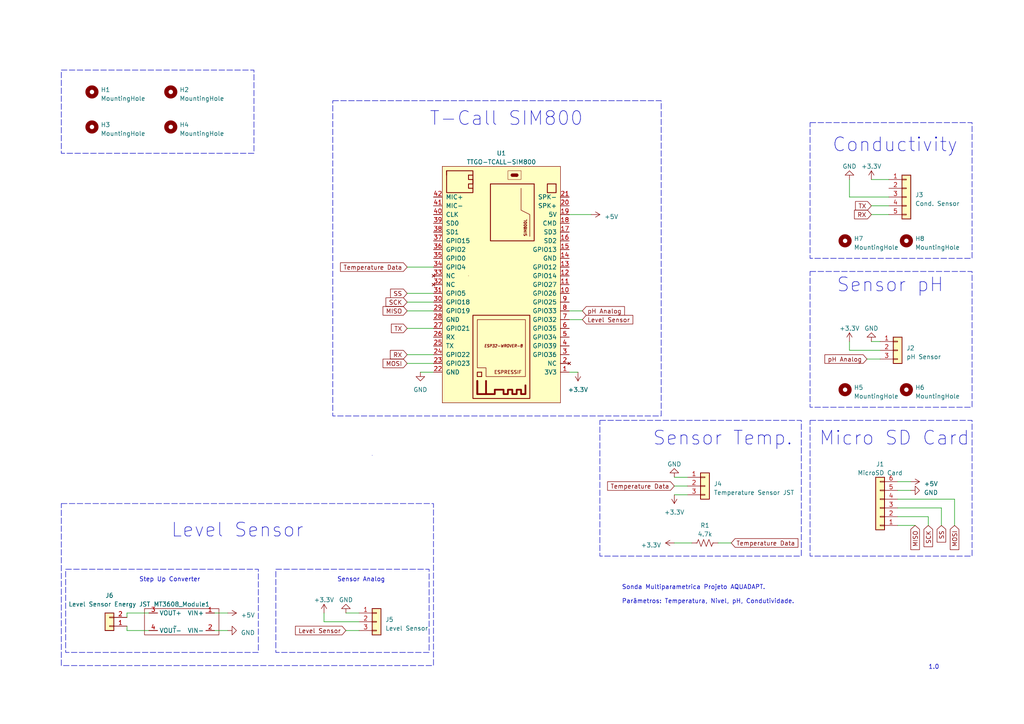
<source format=kicad_sch>
(kicad_sch (version 20230121) (generator eeschema)

  (uuid 9b77a6e8-a803-4a33-b0fe-7781d1ec233f)

  (paper "A4")

  (lib_symbols
    (symbol "Connector_Generic:Conn_01x02" (pin_names (offset 1.016) hide) (in_bom yes) (on_board yes)
      (property "Reference" "J" (at 0 2.54 0)
        (effects (font (size 1.27 1.27)))
      )
      (property "Value" "Conn_01x02" (at 0 -5.08 0)
        (effects (font (size 1.27 1.27)))
      )
      (property "Footprint" "" (at 0 0 0)
        (effects (font (size 1.27 1.27)) hide)
      )
      (property "Datasheet" "~" (at 0 0 0)
        (effects (font (size 1.27 1.27)) hide)
      )
      (property "ki_keywords" "connector" (at 0 0 0)
        (effects (font (size 1.27 1.27)) hide)
      )
      (property "ki_description" "Generic connector, single row, 01x02, script generated (kicad-library-utils/schlib/autogen/connector/)" (at 0 0 0)
        (effects (font (size 1.27 1.27)) hide)
      )
      (property "ki_fp_filters" "Connector*:*_1x??_*" (at 0 0 0)
        (effects (font (size 1.27 1.27)) hide)
      )
      (symbol "Conn_01x02_1_1"
        (rectangle (start -1.27 -2.413) (end 0 -2.667)
          (stroke (width 0.1524) (type default))
          (fill (type none))
        )
        (rectangle (start -1.27 0.127) (end 0 -0.127)
          (stroke (width 0.1524) (type default))
          (fill (type none))
        )
        (rectangle (start -1.27 1.27) (end 1.27 -3.81)
          (stroke (width 0.254) (type default))
          (fill (type background))
        )
        (pin passive line (at -5.08 0 0) (length 3.81)
          (name "Pin_1" (effects (font (size 1.27 1.27))))
          (number "1" (effects (font (size 1.27 1.27))))
        )
        (pin passive line (at -5.08 -2.54 0) (length 3.81)
          (name "Pin_2" (effects (font (size 1.27 1.27))))
          (number "2" (effects (font (size 1.27 1.27))))
        )
      )
    )
    (symbol "Connector_Generic:Conn_01x03" (pin_names (offset 1.016) hide) (in_bom yes) (on_board yes)
      (property "Reference" "J" (at 0 5.08 0)
        (effects (font (size 1.27 1.27)))
      )
      (property "Value" "Conn_01x03" (at 0 -5.08 0)
        (effects (font (size 1.27 1.27)))
      )
      (property "Footprint" "" (at 0 0 0)
        (effects (font (size 1.27 1.27)) hide)
      )
      (property "Datasheet" "~" (at 0 0 0)
        (effects (font (size 1.27 1.27)) hide)
      )
      (property "ki_keywords" "connector" (at 0 0 0)
        (effects (font (size 1.27 1.27)) hide)
      )
      (property "ki_description" "Generic connector, single row, 01x03, script generated (kicad-library-utils/schlib/autogen/connector/)" (at 0 0 0)
        (effects (font (size 1.27 1.27)) hide)
      )
      (property "ki_fp_filters" "Connector*:*_1x??_*" (at 0 0 0)
        (effects (font (size 1.27 1.27)) hide)
      )
      (symbol "Conn_01x03_1_1"
        (rectangle (start -1.27 -2.413) (end 0 -2.667)
          (stroke (width 0.1524) (type default))
          (fill (type none))
        )
        (rectangle (start -1.27 0.127) (end 0 -0.127)
          (stroke (width 0.1524) (type default))
          (fill (type none))
        )
        (rectangle (start -1.27 2.667) (end 0 2.413)
          (stroke (width 0.1524) (type default))
          (fill (type none))
        )
        (rectangle (start -1.27 3.81) (end 1.27 -3.81)
          (stroke (width 0.254) (type default))
          (fill (type background))
        )
        (pin passive line (at -5.08 2.54 0) (length 3.81)
          (name "Pin_1" (effects (font (size 1.27 1.27))))
          (number "1" (effects (font (size 1.27 1.27))))
        )
        (pin passive line (at -5.08 0 0) (length 3.81)
          (name "Pin_2" (effects (font (size 1.27 1.27))))
          (number "2" (effects (font (size 1.27 1.27))))
        )
        (pin passive line (at -5.08 -2.54 0) (length 3.81)
          (name "Pin_3" (effects (font (size 1.27 1.27))))
          (number "3" (effects (font (size 1.27 1.27))))
        )
      )
    )
    (symbol "Connector_Generic:Conn_01x05" (pin_names (offset 1.016) hide) (in_bom yes) (on_board yes)
      (property "Reference" "J" (at 0 7.62 0)
        (effects (font (size 1.27 1.27)))
      )
      (property "Value" "Conn_01x05" (at 0 -7.62 0)
        (effects (font (size 1.27 1.27)))
      )
      (property "Footprint" "" (at 0 0 0)
        (effects (font (size 1.27 1.27)) hide)
      )
      (property "Datasheet" "~" (at 0 0 0)
        (effects (font (size 1.27 1.27)) hide)
      )
      (property "ki_keywords" "connector" (at 0 0 0)
        (effects (font (size 1.27 1.27)) hide)
      )
      (property "ki_description" "Generic connector, single row, 01x05, script generated (kicad-library-utils/schlib/autogen/connector/)" (at 0 0 0)
        (effects (font (size 1.27 1.27)) hide)
      )
      (property "ki_fp_filters" "Connector*:*_1x??_*" (at 0 0 0)
        (effects (font (size 1.27 1.27)) hide)
      )
      (symbol "Conn_01x05_1_1"
        (rectangle (start -1.27 -4.953) (end 0 -5.207)
          (stroke (width 0.1524) (type default))
          (fill (type none))
        )
        (rectangle (start -1.27 -2.413) (end 0 -2.667)
          (stroke (width 0.1524) (type default))
          (fill (type none))
        )
        (rectangle (start -1.27 0.127) (end 0 -0.127)
          (stroke (width 0.1524) (type default))
          (fill (type none))
        )
        (rectangle (start -1.27 2.667) (end 0 2.413)
          (stroke (width 0.1524) (type default))
          (fill (type none))
        )
        (rectangle (start -1.27 5.207) (end 0 4.953)
          (stroke (width 0.1524) (type default))
          (fill (type none))
        )
        (rectangle (start -1.27 6.35) (end 1.27 -6.35)
          (stroke (width 0.254) (type default))
          (fill (type background))
        )
        (pin passive line (at -5.08 5.08 0) (length 3.81)
          (name "Pin_1" (effects (font (size 1.27 1.27))))
          (number "1" (effects (font (size 1.27 1.27))))
        )
        (pin passive line (at -5.08 2.54 0) (length 3.81)
          (name "Pin_2" (effects (font (size 1.27 1.27))))
          (number "2" (effects (font (size 1.27 1.27))))
        )
        (pin passive line (at -5.08 0 0) (length 3.81)
          (name "Pin_3" (effects (font (size 1.27 1.27))))
          (number "3" (effects (font (size 1.27 1.27))))
        )
        (pin passive line (at -5.08 -2.54 0) (length 3.81)
          (name "Pin_4" (effects (font (size 1.27 1.27))))
          (number "4" (effects (font (size 1.27 1.27))))
        )
        (pin passive line (at -5.08 -5.08 0) (length 3.81)
          (name "Pin_5" (effects (font (size 1.27 1.27))))
          (number "5" (effects (font (size 1.27 1.27))))
        )
      )
    )
    (symbol "Connector_Generic:Conn_01x06" (pin_names (offset 1.016) hide) (in_bom yes) (on_board yes)
      (property "Reference" "J" (at 0 7.62 0)
        (effects (font (size 1.27 1.27)))
      )
      (property "Value" "Conn_01x06" (at 0 -10.16 0)
        (effects (font (size 1.27 1.27)))
      )
      (property "Footprint" "" (at 0 0 0)
        (effects (font (size 1.27 1.27)) hide)
      )
      (property "Datasheet" "~" (at 0 0 0)
        (effects (font (size 1.27 1.27)) hide)
      )
      (property "ki_keywords" "connector" (at 0 0 0)
        (effects (font (size 1.27 1.27)) hide)
      )
      (property "ki_description" "Generic connector, single row, 01x06, script generated (kicad-library-utils/schlib/autogen/connector/)" (at 0 0 0)
        (effects (font (size 1.27 1.27)) hide)
      )
      (property "ki_fp_filters" "Connector*:*_1x??_*" (at 0 0 0)
        (effects (font (size 1.27 1.27)) hide)
      )
      (symbol "Conn_01x06_1_1"
        (rectangle (start -1.27 -7.493) (end 0 -7.747)
          (stroke (width 0.1524) (type default))
          (fill (type none))
        )
        (rectangle (start -1.27 -4.953) (end 0 -5.207)
          (stroke (width 0.1524) (type default))
          (fill (type none))
        )
        (rectangle (start -1.27 -2.413) (end 0 -2.667)
          (stroke (width 0.1524) (type default))
          (fill (type none))
        )
        (rectangle (start -1.27 0.127) (end 0 -0.127)
          (stroke (width 0.1524) (type default))
          (fill (type none))
        )
        (rectangle (start -1.27 2.667) (end 0 2.413)
          (stroke (width 0.1524) (type default))
          (fill (type none))
        )
        (rectangle (start -1.27 5.207) (end 0 4.953)
          (stroke (width 0.1524) (type default))
          (fill (type none))
        )
        (rectangle (start -1.27 6.35) (end 1.27 -8.89)
          (stroke (width 0.254) (type default))
          (fill (type background))
        )
        (pin passive line (at -5.08 5.08 0) (length 3.81)
          (name "Pin_1" (effects (font (size 1.27 1.27))))
          (number "1" (effects (font (size 1.27 1.27))))
        )
        (pin passive line (at -5.08 2.54 0) (length 3.81)
          (name "Pin_2" (effects (font (size 1.27 1.27))))
          (number "2" (effects (font (size 1.27 1.27))))
        )
        (pin passive line (at -5.08 0 0) (length 3.81)
          (name "Pin_3" (effects (font (size 1.27 1.27))))
          (number "3" (effects (font (size 1.27 1.27))))
        )
        (pin passive line (at -5.08 -2.54 0) (length 3.81)
          (name "Pin_4" (effects (font (size 1.27 1.27))))
          (number "4" (effects (font (size 1.27 1.27))))
        )
        (pin passive line (at -5.08 -5.08 0) (length 3.81)
          (name "Pin_5" (effects (font (size 1.27 1.27))))
          (number "5" (effects (font (size 1.27 1.27))))
        )
        (pin passive line (at -5.08 -7.62 0) (length 3.81)
          (name "Pin_6" (effects (font (size 1.27 1.27))))
          (number "6" (effects (font (size 1.27 1.27))))
        )
      )
    )
    (symbol "Device:R_US" (pin_numbers hide) (pin_names (offset 0)) (in_bom yes) (on_board yes)
      (property "Reference" "R" (at 2.54 0 90)
        (effects (font (size 1.27 1.27)))
      )
      (property "Value" "R_US" (at -2.54 0 90)
        (effects (font (size 1.27 1.27)))
      )
      (property "Footprint" "" (at 1.016 -0.254 90)
        (effects (font (size 1.27 1.27)) hide)
      )
      (property "Datasheet" "~" (at 0 0 0)
        (effects (font (size 1.27 1.27)) hide)
      )
      (property "ki_keywords" "R res resistor" (at 0 0 0)
        (effects (font (size 1.27 1.27)) hide)
      )
      (property "ki_description" "Resistor, US symbol" (at 0 0 0)
        (effects (font (size 1.27 1.27)) hide)
      )
      (property "ki_fp_filters" "R_*" (at 0 0 0)
        (effects (font (size 1.27 1.27)) hide)
      )
      (symbol "R_US_0_1"
        (polyline
          (pts
            (xy 0 -2.286)
            (xy 0 -2.54)
          )
          (stroke (width 0) (type default))
          (fill (type none))
        )
        (polyline
          (pts
            (xy 0 2.286)
            (xy 0 2.54)
          )
          (stroke (width 0) (type default))
          (fill (type none))
        )
        (polyline
          (pts
            (xy 0 -0.762)
            (xy 1.016 -1.143)
            (xy 0 -1.524)
            (xy -1.016 -1.905)
            (xy 0 -2.286)
          )
          (stroke (width 0) (type default))
          (fill (type none))
        )
        (polyline
          (pts
            (xy 0 0.762)
            (xy 1.016 0.381)
            (xy 0 0)
            (xy -1.016 -0.381)
            (xy 0 -0.762)
          )
          (stroke (width 0) (type default))
          (fill (type none))
        )
        (polyline
          (pts
            (xy 0 2.286)
            (xy 1.016 1.905)
            (xy 0 1.524)
            (xy -1.016 1.143)
            (xy 0 0.762)
          )
          (stroke (width 0) (type default))
          (fill (type none))
        )
      )
      (symbol "R_US_1_1"
        (pin passive line (at 0 3.81 270) (length 1.27)
          (name "~" (effects (font (size 1.27 1.27))))
          (number "1" (effects (font (size 1.27 1.27))))
        )
        (pin passive line (at 0 -3.81 90) (length 1.27)
          (name "~" (effects (font (size 1.27 1.27))))
          (number "2" (effects (font (size 1.27 1.27))))
        )
      )
    )
    (symbol "Mechanical:MountingHole" (pin_names (offset 1.016)) (in_bom yes) (on_board yes)
      (property "Reference" "H" (at 0 5.08 0)
        (effects (font (size 1.27 1.27)))
      )
      (property "Value" "MountingHole" (at 0 3.175 0)
        (effects (font (size 1.27 1.27)))
      )
      (property "Footprint" "" (at 0 0 0)
        (effects (font (size 1.27 1.27)) hide)
      )
      (property "Datasheet" "~" (at 0 0 0)
        (effects (font (size 1.27 1.27)) hide)
      )
      (property "ki_keywords" "mounting hole" (at 0 0 0)
        (effects (font (size 1.27 1.27)) hide)
      )
      (property "ki_description" "Mounting Hole without connection" (at 0 0 0)
        (effects (font (size 1.27 1.27)) hide)
      )
      (property "ki_fp_filters" "MountingHole*" (at 0 0 0)
        (effects (font (size 1.27 1.27)) hide)
      )
      (symbol "MountingHole_0_1"
        (circle (center 0 0) (radius 1.27)
          (stroke (width 1.27) (type default))
          (fill (type none))
        )
      )
    )
    (symbol "New_Library:MT3608_Module" (in_bom yes) (on_board yes)
      (property "Reference" "MT3608_Module" (at 1.27 1.27 0)
        (effects (font (size 1.27 1.27)))
      )
      (property "Value" "" (at 0 0 0)
        (effects (font (size 1.27 1.27)))
      )
      (property "Footprint" "" (at 0 0 0)
        (effects (font (size 1.27 1.27)) hide)
      )
      (property "Datasheet" "" (at 0 0 0)
        (effects (font (size 1.27 1.27)) hide)
      )
      (symbol "MT3608_Module_0_1"
        (rectangle (start -8.89 5.08) (end 12.7 -2.54)
          (stroke (width 0) (type default))
          (fill (type none))
        )
      )
      (symbol "MT3608_Module_1_1"
        (pin input line (at 11.43 3.81 180) (length 2.54)
          (name "VIN+" (effects (font (size 1.27 1.27))))
          (number "1" (effects (font (size 1.27 1.27))))
        )
        (pin input line (at 11.43 -1.27 180) (length 2.54)
          (name "VIN-" (effects (font (size 1.27 1.27))))
          (number "2" (effects (font (size 1.27 1.27))))
        )
        (pin output line (at -7.62 3.81 0) (length 2.54)
          (name "VOUT+" (effects (font (size 1.27 1.27))))
          (number "3" (effects (font (size 1.27 1.27))))
        )
        (pin output line (at -7.62 -1.27 0) (length 2.54)
          (name "VOUT-" (effects (font (size 1.27 1.27))))
          (number "4" (effects (font (size 1.27 1.27))))
        )
      )
    )
    (symbol "power:+3.3V" (power) (pin_names (offset 0)) (in_bom yes) (on_board yes)
      (property "Reference" "#PWR" (at 0 -3.81 0)
        (effects (font (size 1.27 1.27)) hide)
      )
      (property "Value" "+3.3V" (at 0 3.556 0)
        (effects (font (size 1.27 1.27)))
      )
      (property "Footprint" "" (at 0 0 0)
        (effects (font (size 1.27 1.27)) hide)
      )
      (property "Datasheet" "" (at 0 0 0)
        (effects (font (size 1.27 1.27)) hide)
      )
      (property "ki_keywords" "global power" (at 0 0 0)
        (effects (font (size 1.27 1.27)) hide)
      )
      (property "ki_description" "Power symbol creates a global label with name \"+3.3V\"" (at 0 0 0)
        (effects (font (size 1.27 1.27)) hide)
      )
      (symbol "+3.3V_0_1"
        (polyline
          (pts
            (xy -0.762 1.27)
            (xy 0 2.54)
          )
          (stroke (width 0) (type default))
          (fill (type none))
        )
        (polyline
          (pts
            (xy 0 0)
            (xy 0 2.54)
          )
          (stroke (width 0) (type default))
          (fill (type none))
        )
        (polyline
          (pts
            (xy 0 2.54)
            (xy 0.762 1.27)
          )
          (stroke (width 0) (type default))
          (fill (type none))
        )
      )
      (symbol "+3.3V_1_1"
        (pin power_in line (at 0 0 90) (length 0) hide
          (name "+3.3V" (effects (font (size 1.27 1.27))))
          (number "1" (effects (font (size 1.27 1.27))))
        )
      )
    )
    (symbol "power:+5V" (power) (pin_names (offset 0)) (in_bom yes) (on_board yes)
      (property "Reference" "#PWR" (at 0 -3.81 0)
        (effects (font (size 1.27 1.27)) hide)
      )
      (property "Value" "+5V" (at 0 3.556 0)
        (effects (font (size 1.27 1.27)))
      )
      (property "Footprint" "" (at 0 0 0)
        (effects (font (size 1.27 1.27)) hide)
      )
      (property "Datasheet" "" (at 0 0 0)
        (effects (font (size 1.27 1.27)) hide)
      )
      (property "ki_keywords" "global power" (at 0 0 0)
        (effects (font (size 1.27 1.27)) hide)
      )
      (property "ki_description" "Power symbol creates a global label with name \"+5V\"" (at 0 0 0)
        (effects (font (size 1.27 1.27)) hide)
      )
      (symbol "+5V_0_1"
        (polyline
          (pts
            (xy -0.762 1.27)
            (xy 0 2.54)
          )
          (stroke (width 0) (type default))
          (fill (type none))
        )
        (polyline
          (pts
            (xy 0 0)
            (xy 0 2.54)
          )
          (stroke (width 0) (type default))
          (fill (type none))
        )
        (polyline
          (pts
            (xy 0 2.54)
            (xy 0.762 1.27)
          )
          (stroke (width 0) (type default))
          (fill (type none))
        )
      )
      (symbol "+5V_1_1"
        (pin power_in line (at 0 0 90) (length 0) hide
          (name "+5V" (effects (font (size 1.27 1.27))))
          (number "1" (effects (font (size 1.27 1.27))))
        )
      )
    )
    (symbol "power:GND" (power) (pin_names (offset 0)) (in_bom yes) (on_board yes)
      (property "Reference" "#PWR" (at 0 -6.35 0)
        (effects (font (size 1.27 1.27)) hide)
      )
      (property "Value" "GND" (at 0 -3.81 0)
        (effects (font (size 1.27 1.27)))
      )
      (property "Footprint" "" (at 0 0 0)
        (effects (font (size 1.27 1.27)) hide)
      )
      (property "Datasheet" "" (at 0 0 0)
        (effects (font (size 1.27 1.27)) hide)
      )
      (property "ki_keywords" "global power" (at 0 0 0)
        (effects (font (size 1.27 1.27)) hide)
      )
      (property "ki_description" "Power symbol creates a global label with name \"GND\" , ground" (at 0 0 0)
        (effects (font (size 1.27 1.27)) hide)
      )
      (symbol "GND_0_1"
        (polyline
          (pts
            (xy 0 0)
            (xy 0 -1.27)
            (xy 1.27 -1.27)
            (xy 0 -2.54)
            (xy -1.27 -1.27)
            (xy 0 -1.27)
          )
          (stroke (width 0) (type default))
          (fill (type none))
        )
      )
      (symbol "GND_1_1"
        (pin power_in line (at 0 0 270) (length 0) hide
          (name "GND" (effects (font (size 1.27 1.27))))
          (number "1" (effects (font (size 1.27 1.27))))
        )
      )
    )
    (symbol "ttgo-tcall-sim800:TTGO-TCALL-SIM800" (pin_names (offset 1.016)) (in_bom yes) (on_board yes)
      (property "Reference" "U" (at -10.16 39.37 0)
        (effects (font (size 1.27 1.27)))
      )
      (property "Value" "TTGO-TCALL-SIM800" (at -1.27 36.83 0)
        (effects (font (size 1.27 1.27)))
      )
      (property "Footprint" "TTGO-TCALL-SIM800:TTGO-TCALL-SIM800" (at 5.08 -36.83 0)
        (effects (font (size 1.27 1.27)) hide)
      )
      (property "Datasheet" "" (at 8.89 -5.08 0)
        (effects (font (size 1.27 1.27)) hide)
      )
      (symbol "TTGO-TCALL-SIM800_0_0"
        (polyline
          (pts
            (xy -2.54 -13.97)
            (xy -2.54 -20.32)
            (xy 0 -21.59)
            (xy 0 -27.94)
          )
          (stroke (width 0) (type solid))
          (fill (type none))
        )
        (text "ESP32-WROVER-8" (at 5.08 17.78 0)
          (effects (font (size 0.7874 0.7874) italic))
        )
        (text "ESPRESSIF" (at 3.81 25.4 0)
          (effects (font (size 0.9906 0.9906)))
        )
        (text "SIM800L" (at -1.27 -16.51 900)
          (effects (font (size 0.7874 0.7874)))
        )
      )
      (symbol "TTGO-TCALL-SIM800_0_1"
        (rectangle (start -11.43 34.29) (end 22.86 -34.29)
          (stroke (width 0) (type solid))
          (fill (type background))
        )
        (polyline
          (pts
            (xy 0 -33.02)
            (xy 2.54 -33.02)
          )
          (stroke (width 0.1016) (type solid))
          (fill (type none))
        )
        (polyline
          (pts
            (xy 1.27 -31.75)
            (xy 2.54 -31.75)
          )
          (stroke (width 0.9906) (type solid))
          (fill (type none))
        )
        (polyline
          (pts
            (xy 10.16 31.75)
            (xy 10.16 27.94)
          )
          (stroke (width 0.508) (type solid))
          (fill (type none))
        )
        (polyline
          (pts
            (xy 11.43 26.67)
            (xy 11.43 25.4)
          )
          (stroke (width 0.254) (type solid))
          (fill (type none))
        )
        (polyline
          (pts
            (xy 12.7 27.94)
            (xy 12.7 31.75)
          )
          (stroke (width 0.508) (type solid))
          (fill (type none))
        )
        (polyline
          (pts
            (xy 11.43 26.67)
            (xy 12.7 26.67)
            (xy 12.7 25.4)
            (xy 11.43 25.4)
          )
          (stroke (width 0.254) (type solid))
          (fill (type none))
        )
        (polyline
          (pts
            (xy 13.97 -31.75)
            (xy 13.97 -33.02)
            (xy 21.59 -33.02)
            (xy 21.59 -31.75)
          )
          (stroke (width 0.254) (type solid))
          (fill (type none))
        )
        (polyline
          (pts
            (xy -3.81 -29.21)
            (xy -3.81 -12.7)
            (xy 8.89 -12.7)
            (xy 8.89 -29.21)
            (xy -3.81 -29.21)
          )
          (stroke (width 0.254) (type solid))
          (fill (type none))
        )
        (polyline
          (pts
            (xy -2.54 8.89)
            (xy -2.54 33.02)
            (xy 13.97 33.02)
            (xy 13.97 8.89)
            (xy -2.54 8.89)
          )
          (stroke (width 0.254) (type solid))
          (fill (type none))
        )
        (polyline
          (pts
            (xy 0 -33.02)
            (xy 0 -30.48)
            (xy 3.81 -30.48)
            (xy 3.81 -33.02)
            (xy 2.54 -33.02)
          )
          (stroke (width 0.1016) (type solid))
          (fill (type none))
        )
        (polyline
          (pts
            (xy -10.16 -29.21)
            (xy -10.16 -27.94)
            (xy -10.16 -26.67)
            (xy -7.62 -26.67)
            (xy -7.62 -29.21)
            (xy -10.16 -29.21)
          )
          (stroke (width 0.254) (type solid))
          (fill (type none))
        )
        (polyline
          (pts
            (xy -1.27 26.67)
            (xy 10.16 26.67)
            (xy 10.16 24.13)
            (xy 12.7 24.13)
            (xy 12.7 10.16)
            (xy -1.27 10.16)
            (xy -1.27 26.67)
          )
          (stroke (width 0) (type solid))
          (fill (type none))
        )
        (polyline
          (pts
            (xy 13.97 -27.94)
            (xy 15.24 -27.94)
            (xy 15.24 -29.21)
            (xy 13.97 -29.21)
            (xy 13.97 -30.48)
            (xy 15.24 -30.48)
            (xy 15.24 -31.75)
          )
          (stroke (width 0.254) (type solid))
          (fill (type none))
        )
        (polyline
          (pts
            (xy 15.24 -31.75)
            (xy 13.97 -31.75)
            (xy 13.97 -27.94)
            (xy 13.97 -26.67)
            (xy 21.59 -26.67)
            (xy 21.59 -31.75)
            (xy 21.59 -33.02)
          )
          (stroke (width 0.254) (type solid))
          (fill (type none))
        )
        (polyline
          (pts
            (xy 12.7 31.75)
            (xy 12.7 27.94)
            (xy 12.7 31.75)
            (xy 7.62 31.75)
            (xy 7.62 30.48)
            (xy 5.08 30.48)
            (xy 5.08 31.75)
            (xy 3.81 31.75)
            (xy 3.81 30.48)
            (xy 2.54 30.48)
            (xy 2.54 31.75)
            (xy 1.27 31.75)
            (xy 1.27 30.48)
            (xy 0 30.48)
            (xy 0 31.75)
            (xy -1.27 31.75)
            (xy -1.27 29.21)
          )
          (stroke (width 0.508) (type solid))
          (fill (type none))
        )
        (rectangle (start 1.27 -31.75) (end 1.27 -31.75)
          (stroke (width 0.9906) (type solid))
          (fill (type none))
        )
        (rectangle (start 15.24 -2.54) (end 15.24 -2.54)
          (stroke (width 0) (type solid))
          (fill (type none))
        )
      )
      (symbol "TTGO-TCALL-SIM800_1_1"
        (pin power_in line (at -13.97 25.4 0) (length 2.54)
          (name "3V3" (effects (font (size 1.27 1.27))))
          (number "1" (effects (font (size 1.27 1.27))))
        )
        (pin passive line (at -13.97 2.54 0) (length 2.54)
          (name "GPIO26" (effects (font (size 1.27 1.27))))
          (number "10" (effects (font (size 1.27 1.27))))
        )
        (pin passive line (at -13.97 0 0) (length 2.54)
          (name "GPIO27" (effects (font (size 1.27 1.27))))
          (number "11" (effects (font (size 1.27 1.27))))
        )
        (pin passive line (at -13.97 -2.54 0) (length 2.54)
          (name "GPIO14" (effects (font (size 1.27 1.27))))
          (number "12" (effects (font (size 1.27 1.27))))
        )
        (pin passive line (at -13.97 -5.08 0) (length 2.54)
          (name "GPIO12" (effects (font (size 1.27 1.27))))
          (number "13" (effects (font (size 1.27 1.27))))
        )
        (pin power_in line (at -13.97 -7.62 0) (length 2.54)
          (name "GND" (effects (font (size 1.27 1.27))))
          (number "14" (effects (font (size 1.27 1.27))))
        )
        (pin passive line (at -13.97 -10.16 0) (length 2.54)
          (name "GPIO13" (effects (font (size 1.27 1.27))))
          (number "15" (effects (font (size 1.27 1.27))))
        )
        (pin passive line (at -13.97 -12.7 0) (length 2.54)
          (name "SD2" (effects (font (size 1.27 1.27))))
          (number "16" (effects (font (size 1.27 1.27))))
        )
        (pin passive line (at -13.97 -15.24 0) (length 2.54)
          (name "SD3" (effects (font (size 1.27 1.27))))
          (number "17" (effects (font (size 1.27 1.27))))
        )
        (pin passive line (at -13.97 -17.78 0) (length 2.54)
          (name "CMD" (effects (font (size 1.27 1.27))))
          (number "18" (effects (font (size 1.27 1.27))))
        )
        (pin power_in line (at -13.97 -20.32 0) (length 2.54)
          (name "5V" (effects (font (size 1.27 1.27))))
          (number "19" (effects (font (size 1.27 1.27))))
        )
        (pin no_connect line (at -13.97 22.86 0) (length 2.54)
          (name "NC" (effects (font (size 1.27 1.27))))
          (number "2" (effects (font (size 1.27 1.27))))
        )
        (pin passive line (at -13.97 -22.86 0) (length 2.54)
          (name "SPK+" (effects (font (size 1.27 1.27))))
          (number "20" (effects (font (size 1.27 1.27))))
        )
        (pin passive line (at -13.97 -25.4 0) (length 2.54)
          (name "SPK-" (effects (font (size 1.27 1.27))))
          (number "21" (effects (font (size 1.27 1.27))))
        )
        (pin power_in line (at 25.4 25.4 180) (length 2.54)
          (name "GND" (effects (font (size 1.27 1.27))))
          (number "22" (effects (font (size 1.27 1.27))))
        )
        (pin passive line (at 25.4 22.86 180) (length 2.54)
          (name "GPIO23" (effects (font (size 1.27 1.27))))
          (number "23" (effects (font (size 1.27 1.27))))
        )
        (pin passive line (at 25.4 20.32 180) (length 2.54)
          (name "GPIO22" (effects (font (size 1.27 1.27))))
          (number "24" (effects (font (size 1.27 1.27))))
        )
        (pin passive line (at 25.4 17.78 180) (length 2.54)
          (name "TX" (effects (font (size 1.27 1.27))))
          (number "25" (effects (font (size 1.27 1.27))))
        )
        (pin passive line (at 25.4 15.24 180) (length 2.54)
          (name "RX" (effects (font (size 1.27 1.27))))
          (number "26" (effects (font (size 1.27 1.27))))
        )
        (pin passive line (at 25.4 12.7 180) (length 2.54)
          (name "GPIO21" (effects (font (size 1.27 1.27))))
          (number "27" (effects (font (size 1.27 1.27))))
        )
        (pin power_in line (at 25.4 10.16 180) (length 2.54)
          (name "GND" (effects (font (size 1.27 1.27))))
          (number "28" (effects (font (size 1.27 1.27))))
        )
        (pin passive line (at 25.4 7.62 180) (length 2.54)
          (name "GPIO19" (effects (font (size 1.27 1.27))))
          (number "29" (effects (font (size 1.27 1.27))))
        )
        (pin passive line (at -13.97 20.32 0) (length 2.54)
          (name "GPIO36" (effects (font (size 1.27 1.27))))
          (number "3" (effects (font (size 1.27 1.27))))
        )
        (pin passive line (at 25.4 5.08 180) (length 2.54)
          (name "GPIO18" (effects (font (size 1.27 1.27))))
          (number "30" (effects (font (size 1.27 1.27))))
        )
        (pin passive line (at 25.4 2.54 180) (length 2.54)
          (name "GPIO5" (effects (font (size 1.27 1.27))))
          (number "31" (effects (font (size 1.27 1.27))))
        )
        (pin no_connect line (at 25.4 0 180) (length 2.54)
          (name "NC" (effects (font (size 1.27 1.27))))
          (number "32" (effects (font (size 1.27 1.27))))
        )
        (pin no_connect line (at 25.4 -2.54 180) (length 2.54)
          (name "NC" (effects (font (size 1.27 1.27))))
          (number "33" (effects (font (size 1.27 1.27))))
        )
        (pin passive line (at 25.4 -5.08 180) (length 2.54)
          (name "GPIO4" (effects (font (size 1.27 1.27))))
          (number "34" (effects (font (size 1.27 1.27))))
        )
        (pin passive line (at 25.4 -7.62 180) (length 2.54)
          (name "GPIO0" (effects (font (size 1.27 1.27))))
          (number "35" (effects (font (size 1.27 1.27))))
        )
        (pin passive line (at 25.4 -10.16 180) (length 2.54)
          (name "GPIO2" (effects (font (size 1.27 1.27))))
          (number "36" (effects (font (size 1.27 1.27))))
        )
        (pin passive line (at 25.4 -12.7 180) (length 2.54)
          (name "GPIO15" (effects (font (size 1.27 1.27))))
          (number "37" (effects (font (size 1.27 1.27))))
        )
        (pin passive line (at 25.4 -15.24 180) (length 2.54)
          (name "SD1" (effects (font (size 1.27 1.27))))
          (number "38" (effects (font (size 1.27 1.27))))
        )
        (pin passive line (at 25.4 -17.78 180) (length 2.54)
          (name "SD0" (effects (font (size 1.27 1.27))))
          (number "39" (effects (font (size 1.27 1.27))))
        )
        (pin passive line (at -13.97 17.78 0) (length 2.54)
          (name "GPIO39" (effects (font (size 1.27 1.27))))
          (number "4" (effects (font (size 1.27 1.27))))
        )
        (pin passive line (at 25.4 -20.32 180) (length 2.54)
          (name "CLK" (effects (font (size 1.27 1.27))))
          (number "40" (effects (font (size 1.27 1.27))))
        )
        (pin passive line (at 25.4 -22.86 180) (length 2.54)
          (name "MIC-" (effects (font (size 1.27 1.27))))
          (number "41" (effects (font (size 1.27 1.27))))
        )
        (pin power_in line (at 25.4 -25.4 180) (length 2.54)
          (name "MIC+" (effects (font (size 1.27 1.27))))
          (number "42" (effects (font (size 1.27 1.27))))
        )
        (pin passive line (at -13.97 15.24 0) (length 2.54)
          (name "GPIO34" (effects (font (size 1.27 1.27))))
          (number "5" (effects (font (size 1.27 1.27))))
        )
        (pin passive line (at -13.97 12.7 0) (length 2.54)
          (name "GPIO35" (effects (font (size 1.27 1.27))))
          (number "6" (effects (font (size 1.27 1.27))))
        )
        (pin passive line (at -13.97 10.16 0) (length 2.54)
          (name "GPIO32" (effects (font (size 1.27 1.27))))
          (number "7" (effects (font (size 1.27 1.27))))
        )
        (pin passive line (at -13.97 7.62 0) (length 2.54)
          (name "GPIO33" (effects (font (size 1.27 1.27))))
          (number "8" (effects (font (size 1.27 1.27))))
        )
        (pin passive line (at -13.97 5.08 0) (length 2.54)
          (name "GPIO25" (effects (font (size 1.27 1.27))))
          (number "9" (effects (font (size 1.27 1.27))))
        )
      )
    )
  )


  (wire (pts (xy 246.38 57.15) (xy 257.81 57.15))
    (stroke (width 0) (type default))
    (uuid 111046c2-b747-45d0-bfdb-3fb96f1c4a7e)
  )
  (wire (pts (xy 100.33 182.88) (xy 104.14 182.88))
    (stroke (width 0) (type default))
    (uuid 14c13930-26f3-4a17-89b0-801e0b28ef4c)
  )
  (wire (pts (xy 118.11 77.47) (xy 125.73 77.47))
    (stroke (width 0) (type default))
    (uuid 184af480-682c-40aa-841d-7b85ad3eaea1)
  )
  (wire (pts (xy 118.11 105.41) (xy 125.73 105.41))
    (stroke (width 0) (type default))
    (uuid 1ee8a048-c01c-4889-9140-344f96db5a29)
  )
  (wire (pts (xy 62.23 177.8) (xy 66.04 177.8))
    (stroke (width 0) (type default))
    (uuid 1f0e978f-9d86-46e4-8608-5ab6689a96b6)
  )
  (wire (pts (xy 246.38 99.06) (xy 246.38 101.6))
    (stroke (width 0) (type default))
    (uuid 31bd15bb-fcb6-472d-bbdb-a67d1c7cfd97)
  )
  (wire (pts (xy 251.46 104.14) (xy 255.27 104.14))
    (stroke (width 0) (type default))
    (uuid 36663ac5-80e2-4028-b092-e742c1c5d028)
  )
  (wire (pts (xy 62.23 182.88) (xy 66.04 182.88))
    (stroke (width 0) (type default))
    (uuid 3f545ab9-b4d1-4ef5-8255-e50c77ed7efd)
  )
  (wire (pts (xy 252.73 99.06) (xy 255.27 99.06))
    (stroke (width 0) (type default))
    (uuid 4587747d-250a-46a9-bfbc-c361937932e9)
  )
  (wire (pts (xy 118.11 90.17) (xy 125.73 90.17))
    (stroke (width 0) (type default))
    (uuid 4991b129-7b9c-4ef0-b7e4-78db45154e75)
  )
  (wire (pts (xy 208.28 157.48) (xy 212.09 157.48))
    (stroke (width 0) (type default))
    (uuid 4e94664c-7c1d-4627-af2a-45ea70692000)
  )
  (wire (pts (xy 118.11 85.09) (xy 125.73 85.09))
    (stroke (width 0) (type default))
    (uuid 4ef7964b-9492-4c5e-a5e3-bc6b04c43070)
  )
  (wire (pts (xy 93.98 177.8) (xy 93.98 180.34))
    (stroke (width 0) (type default))
    (uuid 5984ccb0-a6ea-4c17-9fd0-3a68d2603a66)
  )
  (wire (pts (xy 165.1 90.17) (xy 168.91 90.17))
    (stroke (width 0) (type default))
    (uuid 5d07524a-61d4-48f8-8c9b-0060bf156737)
  )
  (wire (pts (xy 100.33 177.8) (xy 104.14 177.8))
    (stroke (width 0) (type default))
    (uuid 5da77aeb-981b-4f24-8b7c-7331d61cdff9)
  )
  (wire (pts (xy 195.58 140.97) (xy 199.39 140.97))
    (stroke (width 0) (type default))
    (uuid 60d7b9fa-072f-4849-ab02-6443e93a9d2e)
  )
  (wire (pts (xy 273.05 147.32) (xy 260.35 147.32))
    (stroke (width 0) (type default))
    (uuid 63f671ae-0c21-44d1-b91c-43b860a92763)
  )
  (wire (pts (xy 260.35 139.7) (xy 264.16 139.7))
    (stroke (width 0) (type default))
    (uuid 76871ca6-ee60-44ea-a28d-7b38a57cb9d1)
  )
  (wire (pts (xy 195.58 143.51) (xy 199.39 143.51))
    (stroke (width 0) (type default))
    (uuid 79283bbc-dd19-49db-8619-c1c573f2719f)
  )
  (wire (pts (xy 36.83 182.88) (xy 36.83 181.61))
    (stroke (width 0) (type default))
    (uuid 79294f81-4051-4301-b2fd-12646938b691)
  )
  (wire (pts (xy 165.1 62.23) (xy 171.45 62.23))
    (stroke (width 0) (type default))
    (uuid 7eba1691-1f45-4121-a352-6e480710889b)
  )
  (wire (pts (xy 118.11 95.25) (xy 125.73 95.25))
    (stroke (width 0) (type default))
    (uuid 7f7ab0c2-7b70-4c27-b215-8a96e482114d)
  )
  (wire (pts (xy 118.11 102.87) (xy 125.73 102.87))
    (stroke (width 0) (type default))
    (uuid 84aab408-3f32-4c10-bf77-0cb9bba1be44)
  )
  (wire (pts (xy 260.35 142.24) (xy 264.16 142.24))
    (stroke (width 0) (type default))
    (uuid 8b708fb8-dd37-4471-914d-d1df2e51e06f)
  )
  (wire (pts (xy 252.73 52.07) (xy 257.81 52.07))
    (stroke (width 0) (type default))
    (uuid 8c6875ba-fdf4-4099-b14f-48ec1e5214d0)
  )
  (wire (pts (xy 276.86 152.4) (xy 276.86 144.78))
    (stroke (width 0) (type default))
    (uuid 91cb654f-19cc-4655-a033-ce1190881a42)
  )
  (wire (pts (xy 269.24 152.4) (xy 269.24 149.86))
    (stroke (width 0) (type default))
    (uuid 931fe10a-2159-4fba-ac88-ca37345101d3)
  )
  (wire (pts (xy 121.92 107.95) (xy 125.73 107.95))
    (stroke (width 0) (type default))
    (uuid 99713fca-3116-40ef-9880-9c2040865b94)
  )
  (wire (pts (xy 165.1 92.71) (xy 168.91 92.71))
    (stroke (width 0) (type default))
    (uuid 9a27576c-b4fd-4793-80cb-f1e5738cf27b)
  )
  (wire (pts (xy 269.24 149.86) (xy 260.35 149.86))
    (stroke (width 0) (type default))
    (uuid 9e0a4f17-ab55-4794-86e0-d556c183832e)
  )
  (wire (pts (xy 273.05 152.4) (xy 273.05 147.32))
    (stroke (width 0) (type default))
    (uuid a23f992e-c63d-4901-88e6-5a06ed16777a)
  )
  (wire (pts (xy 43.18 177.8) (xy 36.83 177.8))
    (stroke (width 0) (type default))
    (uuid acffa1a7-2b8f-463b-a931-91bc2eae2a0d)
  )
  (wire (pts (xy 118.11 87.63) (xy 125.73 87.63))
    (stroke (width 0) (type default))
    (uuid b618d9b1-0f4a-4f1c-9fdf-787d73d1a0b3)
  )
  (wire (pts (xy 252.73 62.23) (xy 257.81 62.23))
    (stroke (width 0) (type default))
    (uuid b6dcf8ad-05c4-4a73-b469-a817d41f4e6e)
  )
  (wire (pts (xy 276.86 144.78) (xy 260.35 144.78))
    (stroke (width 0) (type default))
    (uuid befae57b-cf43-4167-81c7-b753d9a57114)
  )
  (wire (pts (xy 246.38 52.07) (xy 246.38 57.15))
    (stroke (width 0) (type default))
    (uuid c146ecd3-ea3a-416f-9883-eec715417715)
  )
  (wire (pts (xy 260.35 152.4) (xy 265.43 152.4))
    (stroke (width 0) (type default))
    (uuid c1c6e576-7a7a-4a38-8a1b-47baae25e003)
  )
  (wire (pts (xy 195.58 138.43) (xy 199.39 138.43))
    (stroke (width 0) (type default))
    (uuid c5eb4de6-744b-43a8-915c-c6760b4dc372)
  )
  (wire (pts (xy 252.73 59.69) (xy 257.81 59.69))
    (stroke (width 0) (type default))
    (uuid c71e6047-9d48-4368-9aa0-cadcf977a4bb)
  )
  (wire (pts (xy 43.18 182.88) (xy 36.83 182.88))
    (stroke (width 0) (type default))
    (uuid ddec50d6-66f4-4dd6-b6cf-c4c882969a32)
  )
  (wire (pts (xy 246.38 101.6) (xy 255.27 101.6))
    (stroke (width 0) (type default))
    (uuid e887e762-f4b9-4f3e-94fb-bec4ddf443c0)
  )
  (wire (pts (xy 93.98 180.34) (xy 104.14 180.34))
    (stroke (width 0) (type default))
    (uuid ef2fef36-fc08-408c-a5ae-239eadbe642f)
  )
  (wire (pts (xy 195.58 157.48) (xy 200.66 157.48))
    (stroke (width 0) (type default))
    (uuid f148f8a6-bb8d-461a-881c-6a9a57f41bc1)
  )
  (wire (pts (xy 36.83 177.8) (xy 36.83 179.07))
    (stroke (width 0) (type default))
    (uuid f55346bb-8dcd-4602-9a5f-5f1f8f1558b4)
  )
  (wire (pts (xy 167.64 107.95) (xy 165.1 107.95))
    (stroke (width 0) (type default))
    (uuid fc921fe2-cb68-46a5-9b5a-e46c9e903a5b)
  )

  (rectangle (start 234.95 35.56) (end 281.94 74.93)
    (stroke (width 0) (type dash))
    (fill (type none))
    (uuid 4eca1df1-0107-4c43-a791-a80c33c50f2c)
  )
  (rectangle (start 107.95 132.08) (end 107.95 132.08)
    (stroke (width 0) (type default))
    (fill (type none))
    (uuid 4fe16fa8-e85b-45fd-a1e7-2eabb636febe)
  )
  (rectangle (start 234.95 121.92) (end 281.94 161.29)
    (stroke (width 0) (type dash))
    (fill (type none))
    (uuid 60fc89b1-e59c-4a11-8166-7ce2765d6adc)
  )
  (rectangle (start 173.99 121.92) (end 232.41 161.29)
    (stroke (width 0) (type dash))
    (fill (type none))
    (uuid 63f35b66-e281-4be5-b658-0c644f9401aa)
  )
  (rectangle (start 80.01 165.1) (end 124.46 189.23)
    (stroke (width 0) (type dash))
    (fill (type none))
    (uuid 79dc2e16-b88c-4ed6-b232-444478e0e19c)
  )
  (rectangle (start 234.95 78.74) (end 281.94 118.11)
    (stroke (width 0) (type dash))
    (fill (type none))
    (uuid 9abcaaec-9113-4398-87a6-9d7503907d4a)
  )
  (rectangle (start 17.78 146.05) (end 125.73 193.04)
    (stroke (width 0) (type dash))
    (fill (type none))
    (uuid b14ad793-7271-4521-8c04-6ac1a22fa9eb)
  )
  (rectangle (start 96.52 29.21) (end 191.77 120.65)
    (stroke (width 0) (type dash))
    (fill (type none))
    (uuid ca90b2b1-a95f-4d34-9107-9347b8e1c420)
  )
  (rectangle (start 17.78 20.32) (end 73.66 44.45)
    (stroke (width 0) (type dash))
    (fill (type none))
    (uuid d3513d96-09ea-4ae5-936d-e3868fa7d5ba)
  )
  (rectangle (start 19.05 165.1) (end 74.93 189.23)
    (stroke (width 0) (type dash))
    (fill (type none))
    (uuid ed9e11c5-1402-4263-bf07-f890de47f73f)
  )

  (text "Sensor Temp." (at 189.23 129.54 0)
    (effects (font (size 4 4)) (justify left bottom))
    (uuid 012f7d0b-86da-45b6-a547-7ba30c88beda)
  )
  (text " Step Up Converter" (at 39.37 168.91 0)
    (effects (font (size 1.27 1.27)) (justify left bottom))
    (uuid 16bb828b-e2b7-45bd-9b35-c5d19e571994)
  )
  (text "Conductivity" (at 241.3 44.45 0)
    (effects (font (size 4 4)) (justify left bottom))
    (uuid 34eda871-58b6-4887-8c9a-c956af48a7b9)
  )
  (text "Sonda Multiparametrica Projeto AQUADAPT.\n\nParâmetros: Temperatura, Nivel, pH, Condutividade."
    (at 180.34 175.26 0)
    (effects (font (size 1.27 1.27)) (justify left bottom))
    (uuid 35099cfb-81ae-49a5-8402-75c16c6c24e2)
  )
  (text "T-Call SIM800" (at 124.46 36.83 0)
    (effects (font (size 4 4)) (justify left bottom))
    (uuid 3531ef7b-9193-4e6b-bfac-5c656577456a)
  )
  (text "Sensor Analog" (at 97.79 168.91 0)
    (effects (font (size 1.27 1.27)) (justify left bottom))
    (uuid 691470f4-6498-4644-beb3-5aff0e9083e1)
  )
  (text "1.0" (at 269.24 194.31 0)
    (effects (font (size 1.27 1.27)) (justify left bottom))
    (uuid 6ca313a4-b8f5-47ba-9f63-31465a9e6ed3)
  )
  (text "Sensor pH" (at 242.57 85.09 0)
    (effects (font (size 4 4)) (justify left bottom))
    (uuid 817e6dcd-5e88-4cc0-9388-a2840c6dc3f8)
  )
  (text "Level Sensor" (at 49.53 156.21 0)
    (effects (font (size 4 4)) (justify left bottom))
    (uuid 99cf8005-2564-408b-b6dd-7ab4e409ec23)
  )
  (text "Micro SD Card" (at 237.49 129.54 0)
    (effects (font (size 4 4)) (justify left bottom))
    (uuid c5d7d5df-75ad-484f-ba0c-6ead4ae807ab)
  )

  (global_label "SS" (shape input) (at 118.11 85.09 180) (fields_autoplaced)
    (effects (font (size 1.27 1.27)) (justify right))
    (uuid 06bba4e0-891c-48eb-a9ac-221912fd34a3)
    (property "Intersheetrefs" "${INTERSHEET_REFS}" (at 112.7852 85.09 0)
      (effects (font (size 1.27 1.27)) (justify right) hide)
    )
  )
  (global_label "Level Sensor" (shape input) (at 100.33 182.88 180) (fields_autoplaced)
    (effects (font (size 1.27 1.27)) (justify right))
    (uuid 1f542912-678c-44af-aaa3-a8b8ff6f499c)
    (property "Intersheetrefs" "${INTERSHEET_REFS}" (at 85.4137 182.88 0)
      (effects (font (size 1.27 1.27)) (justify right) hide)
    )
  )
  (global_label "Level Sensor" (shape input) (at 168.91 92.71 0) (fields_autoplaced)
    (effects (font (size 1.27 1.27)) (justify left))
    (uuid 2b6437a2-098d-4860-bd5d-039b323c4060)
    (property "Intersheetrefs" "${INTERSHEET_REFS}" (at 183.8263 92.71 0)
      (effects (font (size 1.27 1.27)) (justify left) hide)
    )
  )
  (global_label "pH Analog" (shape input) (at 168.91 90.17 0) (fields_autoplaced)
    (effects (font (size 1.27 1.27)) (justify left))
    (uuid 34998724-4a90-49be-9d11-56086fda47eb)
    (property "Intersheetrefs" "${INTERSHEET_REFS}" (at 181.4071 90.17 0)
      (effects (font (size 1.27 1.27)) (justify left) hide)
    )
  )
  (global_label "MOSI" (shape input) (at 276.86 152.4 270) (fields_autoplaced)
    (effects (font (size 1.27 1.27)) (justify right))
    (uuid 41f31469-2eaa-430e-a459-f6282ccd1a8a)
    (property "Intersheetrefs" "${INTERSHEET_REFS}" (at 276.86 159.902 90)
      (effects (font (size 1.27 1.27)) (justify right) hide)
    )
  )
  (global_label "SS" (shape input) (at 273.05 152.4 270) (fields_autoplaced)
    (effects (font (size 1.27 1.27)) (justify right))
    (uuid 4572fb26-592f-41f1-8ad1-51b39416d036)
    (property "Intersheetrefs" "${INTERSHEET_REFS}" (at 273.05 157.7248 90)
      (effects (font (size 1.27 1.27)) (justify right) hide)
    )
  )
  (global_label "pH Analog" (shape input) (at 251.46 104.14 180) (fields_autoplaced)
    (effects (font (size 1.27 1.27)) (justify right))
    (uuid 5f5384f5-383b-4c4b-b1dd-0e911047f6d9)
    (property "Intersheetrefs" "${INTERSHEET_REFS}" (at 238.9629 104.14 0)
      (effects (font (size 1.27 1.27)) (justify right) hide)
    )
  )
  (global_label "SCK" (shape input) (at 118.11 87.63 180) (fields_autoplaced)
    (effects (font (size 1.27 1.27)) (justify right))
    (uuid 6e9fb06f-ef29-4b34-bb6e-58a70503bed0)
    (property "Intersheetrefs" "${INTERSHEET_REFS}" (at 111.4547 87.63 0)
      (effects (font (size 1.27 1.27)) (justify right) hide)
    )
  )
  (global_label "Temperature Data" (shape input) (at 118.11 77.47 180) (fields_autoplaced)
    (effects (font (size 1.27 1.27)) (justify right))
    (uuid 71b07d56-76fb-4d8d-86a7-025f4498ce48)
    (property "Intersheetrefs" "${INTERSHEET_REFS}" (at 98.4767 77.47 0)
      (effects (font (size 1.27 1.27)) (justify right) hide)
    )
  )
  (global_label "RX" (shape input) (at 252.73 62.23 180) (fields_autoplaced)
    (effects (font (size 1.27 1.27)) (justify right))
    (uuid 8f42ddff-7e50-4b03-bf12-cb117b7e5bc6)
    (property "Intersheetrefs" "${INTERSHEET_REFS}" (at 247.3447 62.23 0)
      (effects (font (size 1.27 1.27)) (justify right) hide)
    )
  )
  (global_label "Temperature Data" (shape input) (at 195.58 140.97 180) (fields_autoplaced)
    (effects (font (size 1.27 1.27)) (justify right))
    (uuid 9330c6d4-d696-4b76-aebf-e5c8cb46c1cd)
    (property "Intersheetrefs" "${INTERSHEET_REFS}" (at 175.9467 140.97 0)
      (effects (font (size 1.27 1.27)) (justify right) hide)
    )
  )
  (global_label "RX" (shape input) (at 118.11 102.87 180) (fields_autoplaced)
    (effects (font (size 1.27 1.27)) (justify right))
    (uuid a6dff182-ac46-411e-b191-c45270b18970)
    (property "Intersheetrefs" "${INTERSHEET_REFS}" (at 112.7247 102.87 0)
      (effects (font (size 1.27 1.27)) (justify right) hide)
    )
  )
  (global_label "MOSI" (shape input) (at 118.11 105.41 180) (fields_autoplaced)
    (effects (font (size 1.27 1.27)) (justify right))
    (uuid acefdca7-16a9-4bb6-9b3e-bf89decd1c73)
    (property "Intersheetrefs" "${INTERSHEET_REFS}" (at 110.608 105.41 0)
      (effects (font (size 1.27 1.27)) (justify right) hide)
    )
  )
  (global_label "SCK" (shape input) (at 269.24 152.4 270) (fields_autoplaced)
    (effects (font (size 1.27 1.27)) (justify right))
    (uuid ad0725bc-9336-4513-a20f-c6de0f94970b)
    (property "Intersheetrefs" "${INTERSHEET_REFS}" (at 269.24 159.0553 90)
      (effects (font (size 1.27 1.27)) (justify right) hide)
    )
  )
  (global_label "MISO" (shape input) (at 118.11 90.17 180) (fields_autoplaced)
    (effects (font (size 1.27 1.27)) (justify right))
    (uuid c6393968-108e-4abd-ae6e-df545c588247)
    (property "Intersheetrefs" "${INTERSHEET_REFS}" (at 110.608 90.17 0)
      (effects (font (size 1.27 1.27)) (justify right) hide)
    )
  )
  (global_label "MISO" (shape input) (at 265.43 152.4 270) (fields_autoplaced)
    (effects (font (size 1.27 1.27)) (justify right))
    (uuid c878aa7e-d18a-4a12-bdc3-f198a2cb8c44)
    (property "Intersheetrefs" "${INTERSHEET_REFS}" (at 265.43 159.902 90)
      (effects (font (size 1.27 1.27)) (justify right) hide)
    )
  )
  (global_label "TX" (shape input) (at 118.11 95.25 180) (fields_autoplaced)
    (effects (font (size 1.27 1.27)) (justify right))
    (uuid d782f788-b62b-4577-9da8-05422690f37d)
    (property "Intersheetrefs" "${INTERSHEET_REFS}" (at 113.0271 95.25 0)
      (effects (font (size 1.27 1.27)) (justify right) hide)
    )
  )
  (global_label "Temperature Data" (shape input) (at 212.09 157.48 0) (fields_autoplaced)
    (effects (font (size 1.27 1.27)) (justify left))
    (uuid e7ba0481-4606-4a2e-8acd-5b8610d8c4fb)
    (property "Intersheetrefs" "${INTERSHEET_REFS}" (at 231.7233 157.48 0)
      (effects (font (size 1.27 1.27)) (justify left) hide)
    )
  )
  (global_label "TX" (shape input) (at 252.73 59.69 180) (fields_autoplaced)
    (effects (font (size 1.27 1.27)) (justify right))
    (uuid eb61bd1f-78e8-4891-ac9f-c5b2d517126f)
    (property "Intersheetrefs" "${INTERSHEET_REFS}" (at 247.6471 59.69 0)
      (effects (font (size 1.27 1.27)) (justify right) hide)
    )
  )

  (symbol (lib_id "power:+5V") (at 66.04 177.8 270) (unit 1)
    (in_bom yes) (on_board yes) (dnp no) (fields_autoplaced)
    (uuid 06bc8667-ab8d-41ad-805f-f791b7d99a1d)
    (property "Reference" "#PWR015" (at 62.23 177.8 0)
      (effects (font (size 1.27 1.27)) hide)
    )
    (property "Value" "+5V" (at 69.85 178.435 90)
      (effects (font (size 1.27 1.27)) (justify left))
    )
    (property "Footprint" "" (at 66.04 177.8 0)
      (effects (font (size 1.27 1.27)) hide)
    )
    (property "Datasheet" "" (at 66.04 177.8 0)
      (effects (font (size 1.27 1.27)) hide)
    )
    (pin "1" (uuid 83bec903-91f2-4f08-a316-5ac860bc5c56))
    (instances
      (project "Board V1.0"
        (path "/9b77a6e8-a803-4a33-b0fe-7781d1ec233f"
          (reference "#PWR015") (unit 1)
        )
      )
    )
  )

  (symbol (lib_id "Mechanical:MountingHole") (at 245.11 113.03 0) (unit 1)
    (in_bom yes) (on_board yes) (dnp no) (fields_autoplaced)
    (uuid 0961cb42-2bd9-4c53-8627-3fe2e602b577)
    (property "Reference" "H5" (at 247.65 112.395 0)
      (effects (font (size 1.27 1.27)) (justify left))
    )
    (property "Value" "MountingHole" (at 247.65 114.935 0)
      (effects (font (size 1.27 1.27)) (justify left))
    )
    (property "Footprint" "MountingHole:MountingHole_3mm" (at 245.11 113.03 0)
      (effects (font (size 1.27 1.27)) hide)
    )
    (property "Datasheet" "~" (at 245.11 113.03 0)
      (effects (font (size 1.27 1.27)) hide)
    )
    (instances
      (project "Board V1.0"
        (path "/9b77a6e8-a803-4a33-b0fe-7781d1ec233f"
          (reference "H5") (unit 1)
        )
      )
    )
  )

  (symbol (lib_id "Mechanical:MountingHole") (at 26.67 36.83 0) (unit 1)
    (in_bom yes) (on_board yes) (dnp no) (fields_autoplaced)
    (uuid 2336eda7-d633-45e4-b708-4001b5b6c269)
    (property "Reference" "H3" (at 29.21 36.195 0)
      (effects (font (size 1.27 1.27)) (justify left))
    )
    (property "Value" "MountingHole" (at 29.21 38.735 0)
      (effects (font (size 1.27 1.27)) (justify left))
    )
    (property "Footprint" "MountingHole:MountingHole_3mm" (at 26.67 36.83 0)
      (effects (font (size 1.27 1.27)) hide)
    )
    (property "Datasheet" "~" (at 26.67 36.83 0)
      (effects (font (size 1.27 1.27)) hide)
    )
    (instances
      (project "Board V1.0"
        (path "/9b77a6e8-a803-4a33-b0fe-7781d1ec233f"
          (reference "H3") (unit 1)
        )
      )
    )
  )

  (symbol (lib_id "power:GND") (at 66.04 182.88 90) (unit 1)
    (in_bom yes) (on_board yes) (dnp no) (fields_autoplaced)
    (uuid 23a84d27-e6dc-4012-b8ad-a09d0d4ff632)
    (property "Reference" "#PWR016" (at 72.39 182.88 0)
      (effects (font (size 1.27 1.27)) hide)
    )
    (property "Value" "GND" (at 69.85 183.515 90)
      (effects (font (size 1.27 1.27)) (justify right))
    )
    (property "Footprint" "" (at 66.04 182.88 0)
      (effects (font (size 1.27 1.27)) hide)
    )
    (property "Datasheet" "" (at 66.04 182.88 0)
      (effects (font (size 1.27 1.27)) hide)
    )
    (pin "1" (uuid 3a09cc97-cbdd-4735-b5cd-9a1ac3f3c03a))
    (instances
      (project "Board V1.0"
        (path "/9b77a6e8-a803-4a33-b0fe-7781d1ec233f"
          (reference "#PWR016") (unit 1)
        )
      )
    )
  )

  (symbol (lib_id "power:GND") (at 252.73 99.06 180) (unit 1)
    (in_bom yes) (on_board yes) (dnp no) (fields_autoplaced)
    (uuid 262e0055-bf79-4e30-9fcd-62af97389233)
    (property "Reference" "#PWR06" (at 252.73 92.71 0)
      (effects (font (size 1.27 1.27)) hide)
    )
    (property "Value" "GND" (at 252.73 95.25 0)
      (effects (font (size 1.27 1.27)))
    )
    (property "Footprint" "" (at 252.73 99.06 0)
      (effects (font (size 1.27 1.27)) hide)
    )
    (property "Datasheet" "" (at 252.73 99.06 0)
      (effects (font (size 1.27 1.27)) hide)
    )
    (pin "1" (uuid 1c5623a1-ddd4-483d-8d42-5c24ec44a480))
    (instances
      (project "Board V1.0"
        (path "/9b77a6e8-a803-4a33-b0fe-7781d1ec233f"
          (reference "#PWR06") (unit 1)
        )
      )
    )
  )

  (symbol (lib_id "Connector_Generic:Conn_01x05") (at 262.89 57.15 0) (unit 1)
    (in_bom yes) (on_board yes) (dnp no) (fields_autoplaced)
    (uuid 28b40ef6-1b60-4028-90af-c738c8df644a)
    (property "Reference" "J3" (at 265.43 56.515 0)
      (effects (font (size 1.27 1.27)) (justify left))
    )
    (property "Value" "Cond. Sensor" (at 265.43 59.055 0)
      (effects (font (size 1.27 1.27)) (justify left))
    )
    (property "Footprint" "Connector_PinSocket_2.54mm:PinSocket_1x05_P2.54mm_Vertical" (at 262.89 57.15 0)
      (effects (font (size 1.27 1.27)) hide)
    )
    (property "Datasheet" "~" (at 262.89 57.15 0)
      (effects (font (size 1.27 1.27)) hide)
    )
    (pin "1" (uuid a0f4bbc7-3d68-4fdc-9bfc-ff509016dcdd))
    (pin "2" (uuid 1cdb1018-11ba-4f19-941b-6b26dde9b819))
    (pin "3" (uuid 6254cf1a-247b-47ca-9844-d67c3ad9f198))
    (pin "4" (uuid c57ff029-c086-4893-b883-8b77b4d1af36))
    (pin "5" (uuid 52327d28-7813-4cf6-9c52-b915776ac269))
    (instances
      (project "Board V1.0"
        (path "/9b77a6e8-a803-4a33-b0fe-7781d1ec233f"
          (reference "J3") (unit 1)
        )
      )
    )
  )

  (symbol (lib_id "power:GND") (at 100.33 177.8 180) (unit 1)
    (in_bom yes) (on_board yes) (dnp no) (fields_autoplaced)
    (uuid 2a44ccd1-db23-40ff-85d4-5eafdab68d8d)
    (property "Reference" "#PWR013" (at 100.33 171.45 0)
      (effects (font (size 1.27 1.27)) hide)
    )
    (property "Value" "GND" (at 100.33 173.99 0)
      (effects (font (size 1.27 1.27)))
    )
    (property "Footprint" "" (at 100.33 177.8 0)
      (effects (font (size 1.27 1.27)) hide)
    )
    (property "Datasheet" "" (at 100.33 177.8 0)
      (effects (font (size 1.27 1.27)) hide)
    )
    (pin "1" (uuid 1d8f2aee-df4b-44a1-941b-c67b55790c1d))
    (instances
      (project "Board V1.0"
        (path "/9b77a6e8-a803-4a33-b0fe-7781d1ec233f"
          (reference "#PWR013") (unit 1)
        )
      )
    )
  )

  (symbol (lib_id "power:+5V") (at 264.16 139.7 270) (unit 1)
    (in_bom yes) (on_board yes) (dnp no) (fields_autoplaced)
    (uuid 2ee666ac-39cd-4a4f-8280-da2c90d0db81)
    (property "Reference" "#PWR05" (at 260.35 139.7 0)
      (effects (font (size 1.27 1.27)) hide)
    )
    (property "Value" "+5V" (at 267.97 140.335 90)
      (effects (font (size 1.27 1.27)) (justify left))
    )
    (property "Footprint" "" (at 264.16 139.7 0)
      (effects (font (size 1.27 1.27)) hide)
    )
    (property "Datasheet" "" (at 264.16 139.7 0)
      (effects (font (size 1.27 1.27)) hide)
    )
    (pin "1" (uuid c6d9a05e-c052-40d1-83de-bdd4ac98fe75))
    (instances
      (project "Board V1.0"
        (path "/9b77a6e8-a803-4a33-b0fe-7781d1ec233f"
          (reference "#PWR05") (unit 1)
        )
      )
    )
  )

  (symbol (lib_id "power:+3.3V") (at 252.73 52.07 0) (unit 1)
    (in_bom yes) (on_board yes) (dnp no) (fields_autoplaced)
    (uuid 34ba2fdd-d76f-4528-af94-3271a0c49cbf)
    (property "Reference" "#PWR08" (at 252.73 55.88 0)
      (effects (font (size 1.27 1.27)) hide)
    )
    (property "Value" "+3.3V" (at 252.73 48.26 0)
      (effects (font (size 1.27 1.27)))
    )
    (property "Footprint" "" (at 252.73 52.07 0)
      (effects (font (size 1.27 1.27)) hide)
    )
    (property "Datasheet" "" (at 252.73 52.07 0)
      (effects (font (size 1.27 1.27)) hide)
    )
    (pin "1" (uuid e4ae83ee-713f-4d62-b072-499f72897792))
    (instances
      (project "Board V1.0"
        (path "/9b77a6e8-a803-4a33-b0fe-7781d1ec233f"
          (reference "#PWR08") (unit 1)
        )
      )
    )
  )

  (symbol (lib_id "Mechanical:MountingHole") (at 49.53 36.83 0) (unit 1)
    (in_bom yes) (on_board yes) (dnp no) (fields_autoplaced)
    (uuid 3ddd70f3-6608-44b1-b66c-e0657d0a564a)
    (property "Reference" "H4" (at 52.07 36.195 0)
      (effects (font (size 1.27 1.27)) (justify left))
    )
    (property "Value" "MountingHole" (at 52.07 38.735 0)
      (effects (font (size 1.27 1.27)) (justify left))
    )
    (property "Footprint" "MountingHole:MountingHole_3mm" (at 49.53 36.83 0)
      (effects (font (size 1.27 1.27)) hide)
    )
    (property "Datasheet" "~" (at 49.53 36.83 0)
      (effects (font (size 1.27 1.27)) hide)
    )
    (instances
      (project "Board V1.0"
        (path "/9b77a6e8-a803-4a33-b0fe-7781d1ec233f"
          (reference "H4") (unit 1)
        )
      )
    )
  )

  (symbol (lib_id "Connector_Generic:Conn_01x02") (at 31.75 181.61 180) (unit 1)
    (in_bom yes) (on_board yes) (dnp no)
    (uuid 503376b4-3cab-4273-8cdc-2b6ec8474d4a)
    (property "Reference" "J6" (at 31.75 172.72 0)
      (effects (font (size 1.27 1.27)))
    )
    (property "Value" "Level Sensor Energy JST" (at 31.75 175.26 0)
      (effects (font (size 1.27 1.27)))
    )
    (property "Footprint" "Connector_PinSocket_2.54mm:PinSocket_1x02_P2.54mm_Vertical" (at 31.75 181.61 0)
      (effects (font (size 1.27 1.27)) hide)
    )
    (property "Datasheet" "~" (at 31.75 181.61 0)
      (effects (font (size 1.27 1.27)) hide)
    )
    (pin "1" (uuid 7d9a1529-920a-49ba-b69f-fa5c546563d8))
    (pin "2" (uuid 87f000da-7d0e-4d2d-9256-51ca79d11572))
    (instances
      (project "Board V1.0"
        (path "/9b77a6e8-a803-4a33-b0fe-7781d1ec233f"
          (reference "J6") (unit 1)
        )
      )
    )
  )

  (symbol (lib_id "Connector_Generic:Conn_01x03") (at 204.47 140.97 0) (unit 1)
    (in_bom yes) (on_board yes) (dnp no) (fields_autoplaced)
    (uuid 6996fc26-b86f-4c09-a71e-59df1ff26b2b)
    (property "Reference" "J4" (at 207.01 140.335 0)
      (effects (font (size 1.27 1.27)) (justify left))
    )
    (property "Value" "Temperature Sensor JST" (at 207.01 142.875 0)
      (effects (font (size 1.27 1.27)) (justify left))
    )
    (property "Footprint" "Connector_PinSocket_2.54mm:PinSocket_1x03_P2.54mm_Vertical" (at 204.47 140.97 0)
      (effects (font (size 1.27 1.27)) hide)
    )
    (property "Datasheet" "~" (at 204.47 140.97 0)
      (effects (font (size 1.27 1.27)) hide)
    )
    (pin "1" (uuid cd5ab9ba-41ee-4a33-801a-748b039c3ef3))
    (pin "2" (uuid 6eb8c99f-88ee-49a0-8cfd-ce81ce4c8bef))
    (pin "3" (uuid 3f67b5c9-3dde-4251-b6e4-211ae4175a28))
    (instances
      (project "Board V1.0"
        (path "/9b77a6e8-a803-4a33-b0fe-7781d1ec233f"
          (reference "J4") (unit 1)
        )
      )
    )
  )

  (symbol (lib_id "power:GND") (at 264.16 142.24 90) (unit 1)
    (in_bom yes) (on_board yes) (dnp no) (fields_autoplaced)
    (uuid 6c44b676-1fa6-48d5-a50e-6cad65cc7132)
    (property "Reference" "#PWR03" (at 270.51 142.24 0)
      (effects (font (size 1.27 1.27)) hide)
    )
    (property "Value" "GND" (at 267.97 142.875 90)
      (effects (font (size 1.27 1.27)) (justify right))
    )
    (property "Footprint" "" (at 264.16 142.24 0)
      (effects (font (size 1.27 1.27)) hide)
    )
    (property "Datasheet" "" (at 264.16 142.24 0)
      (effects (font (size 1.27 1.27)) hide)
    )
    (pin "1" (uuid 07b47447-6e81-4cdf-8967-c9770f3b52ff))
    (instances
      (project "Board V1.0"
        (path "/9b77a6e8-a803-4a33-b0fe-7781d1ec233f"
          (reference "#PWR03") (unit 1)
        )
      )
    )
  )

  (symbol (lib_id "power:+3.3V") (at 195.58 143.51 180) (unit 1)
    (in_bom yes) (on_board yes) (dnp no) (fields_autoplaced)
    (uuid 72b532fd-77f2-4cf6-9473-5ed92e64b104)
    (property "Reference" "#PWR011" (at 195.58 139.7 0)
      (effects (font (size 1.27 1.27)) hide)
    )
    (property "Value" "+3.3V" (at 195.58 148.59 0)
      (effects (font (size 1.27 1.27)))
    )
    (property "Footprint" "" (at 195.58 143.51 0)
      (effects (font (size 1.27 1.27)) hide)
    )
    (property "Datasheet" "" (at 195.58 143.51 0)
      (effects (font (size 1.27 1.27)) hide)
    )
    (pin "1" (uuid 037f2907-96a7-483e-8d73-bd4290e8ccce))
    (instances
      (project "Board V1.0"
        (path "/9b77a6e8-a803-4a33-b0fe-7781d1ec233f"
          (reference "#PWR011") (unit 1)
        )
      )
    )
  )

  (symbol (lib_id "Mechanical:MountingHole") (at 49.53 26.67 0) (unit 1)
    (in_bom yes) (on_board yes) (dnp no) (fields_autoplaced)
    (uuid 76892baa-45ec-4983-ab42-3e4053a4c3a8)
    (property "Reference" "H2" (at 52.07 26.035 0)
      (effects (font (size 1.27 1.27)) (justify left))
    )
    (property "Value" "MountingHole" (at 52.07 28.575 0)
      (effects (font (size 1.27 1.27)) (justify left))
    )
    (property "Footprint" "MountingHole:MountingHole_3mm" (at 49.53 26.67 0)
      (effects (font (size 1.27 1.27)) hide)
    )
    (property "Datasheet" "~" (at 49.53 26.67 0)
      (effects (font (size 1.27 1.27)) hide)
    )
    (instances
      (project "Board V1.0"
        (path "/9b77a6e8-a803-4a33-b0fe-7781d1ec233f"
          (reference "H2") (unit 1)
        )
      )
    )
  )

  (symbol (lib_id "Connector_Generic:Conn_01x03") (at 260.35 101.6 0) (unit 1)
    (in_bom yes) (on_board yes) (dnp no)
    (uuid 7f494506-c299-4d43-8fc3-5e1f0f81afe3)
    (property "Reference" "J2" (at 262.89 100.965 0)
      (effects (font (size 1.27 1.27)) (justify left))
    )
    (property "Value" "pH Sensor" (at 262.89 103.505 0)
      (effects (font (size 1.27 1.27)) (justify left))
    )
    (property "Footprint" "Connector_PinSocket_2.54mm:PinSocket_1x03_P2.54mm_Vertical" (at 260.35 101.6 0)
      (effects (font (size 1.27 1.27)) hide)
    )
    (property "Datasheet" "~" (at 260.35 101.6 0)
      (effects (font (size 1.27 1.27)) hide)
    )
    (pin "1" (uuid 09deb9a1-3edf-46bf-9480-bd637c7b3474))
    (pin "2" (uuid 3de9f870-9082-477a-877b-6df4a2755f74))
    (pin "3" (uuid bd77b784-0278-4d89-b0e9-c5e8252cd362))
    (instances
      (project "Board V1.0"
        (path "/9b77a6e8-a803-4a33-b0fe-7781d1ec233f"
          (reference "J2") (unit 1)
        )
      )
    )
  )

  (symbol (lib_id "Mechanical:MountingHole") (at 245.11 69.85 0) (unit 1)
    (in_bom yes) (on_board yes) (dnp no) (fields_autoplaced)
    (uuid 8e901d9a-64dc-497f-9053-5a9168d7565d)
    (property "Reference" "H7" (at 247.65 69.215 0)
      (effects (font (size 1.27 1.27)) (justify left))
    )
    (property "Value" "MountingHole" (at 247.65 71.755 0)
      (effects (font (size 1.27 1.27)) (justify left))
    )
    (property "Footprint" "MountingHole:MountingHole_3mm" (at 245.11 69.85 0)
      (effects (font (size 1.27 1.27)) hide)
    )
    (property "Datasheet" "~" (at 245.11 69.85 0)
      (effects (font (size 1.27 1.27)) hide)
    )
    (instances
      (project "Board V1.0"
        (path "/9b77a6e8-a803-4a33-b0fe-7781d1ec233f"
          (reference "H7") (unit 1)
        )
      )
    )
  )

  (symbol (lib_id "Mechanical:MountingHole") (at 262.89 113.03 0) (unit 1)
    (in_bom yes) (on_board yes) (dnp no) (fields_autoplaced)
    (uuid 9a27eafc-5165-4650-b384-fca76e9c2e78)
    (property "Reference" "H6" (at 265.43 112.395 0)
      (effects (font (size 1.27 1.27)) (justify left))
    )
    (property "Value" "MountingHole" (at 265.43 114.935 0)
      (effects (font (size 1.27 1.27)) (justify left))
    )
    (property "Footprint" "MountingHole:MountingHole_3mm" (at 262.89 113.03 0)
      (effects (font (size 1.27 1.27)) hide)
    )
    (property "Datasheet" "~" (at 262.89 113.03 0)
      (effects (font (size 1.27 1.27)) hide)
    )
    (instances
      (project "Board V1.0"
        (path "/9b77a6e8-a803-4a33-b0fe-7781d1ec233f"
          (reference "H6") (unit 1)
        )
      )
    )
  )

  (symbol (lib_id "power:+3.3V") (at 93.98 177.8 0) (unit 1)
    (in_bom yes) (on_board yes) (dnp no) (fields_autoplaced)
    (uuid 9b273fc2-9e32-4c39-a1bf-e5a82f9dabe9)
    (property "Reference" "#PWR014" (at 93.98 181.61 0)
      (effects (font (size 1.27 1.27)) hide)
    )
    (property "Value" "+3.3V" (at 93.98 173.99 0)
      (effects (font (size 1.27 1.27)))
    )
    (property "Footprint" "" (at 93.98 177.8 0)
      (effects (font (size 1.27 1.27)) hide)
    )
    (property "Datasheet" "" (at 93.98 177.8 0)
      (effects (font (size 1.27 1.27)) hide)
    )
    (pin "1" (uuid 5ff2ec96-7abc-4d58-9987-aed743d5fe09))
    (instances
      (project "Board V1.0"
        (path "/9b77a6e8-a803-4a33-b0fe-7781d1ec233f"
          (reference "#PWR014") (unit 1)
        )
      )
    )
  )

  (symbol (lib_id "power:GND") (at 121.92 107.95 0) (unit 1)
    (in_bom yes) (on_board yes) (dnp no) (fields_autoplaced)
    (uuid 9ee0d598-be68-4edf-8405-fd0ae56d9eb8)
    (property "Reference" "#PWR02" (at 121.92 114.3 0)
      (effects (font (size 1.27 1.27)) hide)
    )
    (property "Value" "GND" (at 121.92 113.03 0)
      (effects (font (size 1.27 1.27)))
    )
    (property "Footprint" "" (at 121.92 107.95 0)
      (effects (font (size 1.27 1.27)) hide)
    )
    (property "Datasheet" "" (at 121.92 107.95 0)
      (effects (font (size 1.27 1.27)) hide)
    )
    (pin "1" (uuid 8fdec83e-d424-4f9c-9b98-44409a5c778f))
    (instances
      (project "Board V1.0"
        (path "/9b77a6e8-a803-4a33-b0fe-7781d1ec233f"
          (reference "#PWR02") (unit 1)
        )
      )
    )
  )

  (symbol (lib_id "Mechanical:MountingHole") (at 262.89 69.85 0) (unit 1)
    (in_bom yes) (on_board yes) (dnp no) (fields_autoplaced)
    (uuid a6594b9c-ba1f-429f-a7d9-59adb1196ceb)
    (property "Reference" "H8" (at 265.43 69.215 0)
      (effects (font (size 1.27 1.27)) (justify left))
    )
    (property "Value" "MountingHole" (at 265.43 71.755 0)
      (effects (font (size 1.27 1.27)) (justify left))
    )
    (property "Footprint" "MountingHole:MountingHole_3mm" (at 262.89 69.85 0)
      (effects (font (size 1.27 1.27)) hide)
    )
    (property "Datasheet" "~" (at 262.89 69.85 0)
      (effects (font (size 1.27 1.27)) hide)
    )
    (instances
      (project "Board V1.0"
        (path "/9b77a6e8-a803-4a33-b0fe-7781d1ec233f"
          (reference "H8") (unit 1)
        )
      )
    )
  )

  (symbol (lib_id "power:+3.3V") (at 167.64 107.95 180) (unit 1)
    (in_bom yes) (on_board yes) (dnp no) (fields_autoplaced)
    (uuid a6b4ac62-0a1b-48d5-b269-aa2bb6d47c79)
    (property "Reference" "#PWR01" (at 167.64 104.14 0)
      (effects (font (size 1.27 1.27)) hide)
    )
    (property "Value" "+3.3V" (at 167.64 113.03 0)
      (effects (font (size 1.27 1.27)))
    )
    (property "Footprint" "" (at 167.64 107.95 0)
      (effects (font (size 1.27 1.27)) hide)
    )
    (property "Datasheet" "" (at 167.64 107.95 0)
      (effects (font (size 1.27 1.27)) hide)
    )
    (pin "1" (uuid 96d2dafe-0f11-4c66-ac4b-bdcf96679077))
    (instances
      (project "Board V1.0"
        (path "/9b77a6e8-a803-4a33-b0fe-7781d1ec233f"
          (reference "#PWR01") (unit 1)
        )
      )
    )
  )

  (symbol (lib_id "power:+3.3V") (at 246.38 99.06 0) (unit 1)
    (in_bom yes) (on_board yes) (dnp no) (fields_autoplaced)
    (uuid a82e2785-63c5-4c5b-b5fc-bf7fb8a7e4f6)
    (property "Reference" "#PWR07" (at 246.38 102.87 0)
      (effects (font (size 1.27 1.27)) hide)
    )
    (property "Value" "+3.3V" (at 246.38 95.25 0)
      (effects (font (size 1.27 1.27)))
    )
    (property "Footprint" "" (at 246.38 99.06 0)
      (effects (font (size 1.27 1.27)) hide)
    )
    (property "Datasheet" "" (at 246.38 99.06 0)
      (effects (font (size 1.27 1.27)) hide)
    )
    (pin "1" (uuid 96edbdfd-afa7-46a7-a566-b2a1da712d36))
    (instances
      (project "Board V1.0"
        (path "/9b77a6e8-a803-4a33-b0fe-7781d1ec233f"
          (reference "#PWR07") (unit 1)
        )
      )
    )
  )

  (symbol (lib_id "ttgo-tcall-sim800:TTGO-TCALL-SIM800") (at 151.13 82.55 180) (unit 1)
    (in_bom yes) (on_board yes) (dnp no) (fields_autoplaced)
    (uuid b3224caa-4cd4-4bc1-9a7c-c06de93d5531)
    (property "Reference" "U1" (at 145.415 44.45 0)
      (effects (font (size 1.27 1.27)))
    )
    (property "Value" "TTGO-TCALL-SIM800" (at 145.415 46.99 0)
      (effects (font (size 1.27 1.27)))
    )
    (property "Footprint" "TTGO-TCALL-SIM800:TTGO-TCALL-SIM800" (at 146.05 45.72 0)
      (effects (font (size 1.27 1.27)) hide)
    )
    (property "Datasheet" "" (at 142.24 77.47 0)
      (effects (font (size 1.27 1.27)) hide)
    )
    (pin "1" (uuid d919fe65-b1b9-4a07-9e2b-ddc6738a843e))
    (pin "10" (uuid c34dc66b-b06d-48ad-ba07-e457d5656e3a))
    (pin "11" (uuid eb99a90f-8700-44cb-a26c-98fbf2c770f4))
    (pin "12" (uuid f32a1fd2-89a9-48e1-9e30-c340b2a9b422))
    (pin "13" (uuid e2d8eda1-545f-4469-a0e1-8ab1805e69c3))
    (pin "14" (uuid 1fc65cb4-dd4f-4d19-90a2-854724e02311))
    (pin "15" (uuid 3ef79ffd-4008-443c-bac1-197af3ffd864))
    (pin "16" (uuid 0f7d52ae-a6a8-49b7-adf1-92b0585a1e67))
    (pin "17" (uuid 2b67f450-f044-4b89-8431-48225257198f))
    (pin "18" (uuid ca6f7511-f144-4517-b9e1-6eaf16a67f91))
    (pin "19" (uuid 090d1985-2476-4f59-87cb-fe4b5e1e65d1))
    (pin "2" (uuid 04adaa06-6bba-4e83-a3df-9d563bc10c22))
    (pin "20" (uuid 0ef50339-4959-432c-8bdd-8a30e50c98fd))
    (pin "21" (uuid 08d04990-7e2b-48ac-b7f7-4ff860df60b9))
    (pin "22" (uuid 8b3318e9-59b1-4407-9e8b-5d59bfe74535))
    (pin "23" (uuid 5351b7f4-ec43-4815-a34a-e769ff3a7260))
    (pin "24" (uuid d1552516-1b18-49d2-b112-31498f47f336))
    (pin "25" (uuid f4412926-ad05-484b-a0c9-f508fd108974))
    (pin "26" (uuid d79fed91-1540-408d-89f6-3ee57ac1b52d))
    (pin "27" (uuid ec23b25f-decd-41e7-9182-a517fdcb1889))
    (pin "28" (uuid e0ce1e59-e459-4f1f-9a6f-84834a08f23a))
    (pin "29" (uuid 697eec33-704f-4144-bae8-a4f8b28dc917))
    (pin "3" (uuid 62579a0c-2918-403e-80ab-8eb62bbf4c26))
    (pin "30" (uuid 705898ec-6740-4bb7-ac62-f3515415d496))
    (pin "31" (uuid 1f1226c0-6f40-4b39-8b42-8161d0251c1a))
    (pin "32" (uuid d628c7f7-6326-452a-8c50-d5db8377cf33))
    (pin "33" (uuid daf46114-b9e8-4b03-a674-4f95c133d4ac))
    (pin "34" (uuid a489dec5-00fc-422e-8ecd-027ccaadd31a))
    (pin "35" (uuid aec1f648-aa73-4bd6-8f5e-18403919d735))
    (pin "36" (uuid a97f9a9e-8669-449f-8f8b-2837d28d5c59))
    (pin "37" (uuid ee119a38-a8d8-4a0c-aef5-ec2d39670388))
    (pin "38" (uuid 8a66314f-1806-4275-971a-6f843916bf34))
    (pin "39" (uuid eb3fcb4d-e427-4198-b62a-b08c4176ca56))
    (pin "4" (uuid f2d803e9-c474-417c-9e76-6ceb0b93f9a8))
    (pin "40" (uuid d508253d-8260-4a4a-9f3e-76b16c4f0259))
    (pin "41" (uuid 3fe8f22b-12aa-4726-ba6f-82caaf213c06))
    (pin "42" (uuid 4b087289-d9ca-4dbd-af8f-40a811b8a4ee))
    (pin "5" (uuid e8d0f044-7bf0-46e0-bad2-42a2f70cfa66))
    (pin "6" (uuid 92d65eb1-90f2-48e1-ba2a-52f1adc77b99))
    (pin "7" (uuid 301ecfee-9ed0-485d-99fa-ee9f539c6405))
    (pin "8" (uuid c6dca26d-39f1-4413-97a0-ee271430f011))
    (pin "9" (uuid 8ac32b40-1588-4227-8c76-03058a410caf))
    (instances
      (project "Board V1.0"
        (path "/9b77a6e8-a803-4a33-b0fe-7781d1ec233f"
          (reference "U1") (unit 1)
        )
      )
    )
  )

  (symbol (lib_id "Device:R_US") (at 204.47 157.48 90) (unit 1)
    (in_bom yes) (on_board yes) (dnp no)
    (uuid bc09265e-d7d3-421a-b2ed-a862744f48ea)
    (property "Reference" "R1" (at 204.47 152.4 90)
      (effects (font (size 1.27 1.27)))
    )
    (property "Value" "4.7k" (at 204.47 154.94 90)
      (effects (font (size 1.27 1.27)))
    )
    (property "Footprint" "Resistor_THT:R_Axial_DIN0207_L6.3mm_D2.5mm_P10.16mm_Horizontal" (at 204.724 156.464 90)
      (effects (font (size 1.27 1.27)) hide)
    )
    (property "Datasheet" "~" (at 204.47 157.48 0)
      (effects (font (size 1.27 1.27)) hide)
    )
    (pin "1" (uuid e95b2284-8fc2-4b8e-9029-b12ea94f15d5))
    (pin "2" (uuid 06cd7972-9b57-428d-a12b-495d16c0747c))
    (instances
      (project "Board V1.0"
        (path "/9b77a6e8-a803-4a33-b0fe-7781d1ec233f"
          (reference "R1") (unit 1)
        )
      )
    )
  )

  (symbol (lib_id "Connector_Generic:Conn_01x03") (at 109.22 180.34 0) (unit 1)
    (in_bom yes) (on_board yes) (dnp no) (fields_autoplaced)
    (uuid d5e98622-480a-48a3-bd12-203ccd29e849)
    (property "Reference" "J5" (at 111.76 179.705 0)
      (effects (font (size 1.27 1.27)) (justify left))
    )
    (property "Value" "Level Sensor" (at 111.76 182.245 0)
      (effects (font (size 1.27 1.27)) (justify left))
    )
    (property "Footprint" "Connector_PinSocket_2.54mm:PinSocket_1x03_P2.54mm_Vertical" (at 109.22 180.34 0)
      (effects (font (size 1.27 1.27)) hide)
    )
    (property "Datasheet" "~" (at 109.22 180.34 0)
      (effects (font (size 1.27 1.27)) hide)
    )
    (pin "1" (uuid d51986fb-e623-445c-bddb-141f09e62a55))
    (pin "2" (uuid 755cd3cf-5750-4144-882d-5bb1272ced72))
    (pin "3" (uuid c77871ed-e616-4cb0-b699-719979844270))
    (instances
      (project "Board V1.0"
        (path "/9b77a6e8-a803-4a33-b0fe-7781d1ec233f"
          (reference "J5") (unit 1)
        )
      )
    )
  )

  (symbol (lib_id "power:+3.3V") (at 195.58 157.48 90) (unit 1)
    (in_bom yes) (on_board yes) (dnp no) (fields_autoplaced)
    (uuid d627db71-3658-42bb-9d3a-8f8086e24dfa)
    (property "Reference" "#PWR012" (at 199.39 157.48 0)
      (effects (font (size 1.27 1.27)) hide)
    )
    (property "Value" "+3.3V" (at 191.77 158.115 90)
      (effects (font (size 1.27 1.27)) (justify left))
    )
    (property "Footprint" "" (at 195.58 157.48 0)
      (effects (font (size 1.27 1.27)) hide)
    )
    (property "Datasheet" "" (at 195.58 157.48 0)
      (effects (font (size 1.27 1.27)) hide)
    )
    (pin "1" (uuid 8be40bbd-0f5d-4ed4-bce6-91efe3a177cd))
    (instances
      (project "Board V1.0"
        (path "/9b77a6e8-a803-4a33-b0fe-7781d1ec233f"
          (reference "#PWR012") (unit 1)
        )
      )
    )
  )

  (symbol (lib_id "power:GND") (at 246.38 52.07 180) (unit 1)
    (in_bom yes) (on_board yes) (dnp no) (fields_autoplaced)
    (uuid dc2df3d6-ec14-4290-9a91-346cf2aa77e5)
    (property "Reference" "#PWR09" (at 246.38 45.72 0)
      (effects (font (size 1.27 1.27)) hide)
    )
    (property "Value" "GND" (at 246.38 48.26 0)
      (effects (font (size 1.27 1.27)))
    )
    (property "Footprint" "" (at 246.38 52.07 0)
      (effects (font (size 1.27 1.27)) hide)
    )
    (property "Datasheet" "" (at 246.38 52.07 0)
      (effects (font (size 1.27 1.27)) hide)
    )
    (pin "1" (uuid 102411f2-8c7d-49ee-875e-dcba8827afd1))
    (instances
      (project "Board V1.0"
        (path "/9b77a6e8-a803-4a33-b0fe-7781d1ec233f"
          (reference "#PWR09") (unit 1)
        )
      )
    )
  )

  (symbol (lib_id "New_Library:MT3608_Module") (at 50.8 181.61 0) (unit 1)
    (in_bom yes) (on_board yes) (dnp no) (fields_autoplaced)
    (uuid e0295322-7bea-44b1-9047-28a188073694)
    (property "Reference" "MT3608_Module1" (at 52.705 175.26 0)
      (effects (font (size 1.27 1.27)))
    )
    (property "Value" "~" (at 50.8 181.61 0)
      (effects (font (size 1.27 1.27)))
    )
    (property "Footprint" "Library:MT3608-Module" (at 50.8 181.61 0)
      (effects (font (size 1.27 1.27)) hide)
    )
    (property "Datasheet" "" (at 50.8 181.61 0)
      (effects (font (size 1.27 1.27)) hide)
    )
    (pin "1" (uuid 7312a709-9e90-4920-b342-ee669f341f2e))
    (pin "2" (uuid 63c47763-1823-4979-bd12-5df23897a04a))
    (pin "3" (uuid abe3348e-96d2-495d-ad18-ea888ac063dd))
    (pin "4" (uuid 76c8bdfb-a4d9-407e-9683-91114cfd54fd))
    (instances
      (project "Board V1.0"
        (path "/9b77a6e8-a803-4a33-b0fe-7781d1ec233f"
          (reference "MT3608_Module1") (unit 1)
        )
      )
    )
  )

  (symbol (lib_id "power:+5V") (at 171.45 62.23 270) (unit 1)
    (in_bom yes) (on_board yes) (dnp no) (fields_autoplaced)
    (uuid f0804297-367e-4a44-97cf-45637d8d9556)
    (property "Reference" "#PWR04" (at 167.64 62.23 0)
      (effects (font (size 1.27 1.27)) hide)
    )
    (property "Value" "+5V" (at 175.26 62.865 90)
      (effects (font (size 1.27 1.27)) (justify left))
    )
    (property "Footprint" "" (at 171.45 62.23 0)
      (effects (font (size 1.27 1.27)) hide)
    )
    (property "Datasheet" "" (at 171.45 62.23 0)
      (effects (font (size 1.27 1.27)) hide)
    )
    (pin "1" (uuid 9d826d32-acf5-40e7-a5c6-8306072dcd86))
    (instances
      (project "Board V1.0"
        (path "/9b77a6e8-a803-4a33-b0fe-7781d1ec233f"
          (reference "#PWR04") (unit 1)
        )
      )
    )
  )

  (symbol (lib_id "Connector_Generic:Conn_01x06") (at 255.27 147.32 180) (unit 1)
    (in_bom yes) (on_board yes) (dnp no) (fields_autoplaced)
    (uuid f2282db3-7289-42a1-bba5-29665403aa48)
    (property "Reference" "J1" (at 255.27 134.62 0)
      (effects (font (size 1.27 1.27)))
    )
    (property "Value" "MicroSD Card" (at 255.27 137.16 0)
      (effects (font (size 1.27 1.27)))
    )
    (property "Footprint" "Connector_PinSocket_2.54mm:PinSocket_1x06_P2.54mm_Vertical" (at 255.27 147.32 0)
      (effects (font (size 1.27 1.27)) hide)
    )
    (property "Datasheet" "~" (at 255.27 147.32 0)
      (effects (font (size 1.27 1.27)) hide)
    )
    (pin "1" (uuid 70a23272-a691-4359-8378-1d2960d25335))
    (pin "2" (uuid ed02c06d-0083-4905-b535-e2b0163da04e))
    (pin "3" (uuid a30c937a-0d6c-453e-b6d6-4ae79c6ee1dd))
    (pin "4" (uuid 043c24f3-165f-4028-8abd-a67185bb1f85))
    (pin "5" (uuid 32df7b91-ff0e-478f-a9c1-8cf78b5c0926))
    (pin "6" (uuid 0c444433-cd25-496e-97ca-bd27775a50a8))
    (instances
      (project "Board V1.0"
        (path "/9b77a6e8-a803-4a33-b0fe-7781d1ec233f"
          (reference "J1") (unit 1)
        )
      )
    )
  )

  (symbol (lib_id "power:GND") (at 195.58 138.43 180) (unit 1)
    (in_bom yes) (on_board yes) (dnp no) (fields_autoplaced)
    (uuid f52059f8-02c4-47b1-9b25-cb2444c4b369)
    (property "Reference" "#PWR010" (at 195.58 132.08 0)
      (effects (font (size 1.27 1.27)) hide)
    )
    (property "Value" "GND" (at 195.58 134.62 0)
      (effects (font (size 1.27 1.27)))
    )
    (property "Footprint" "" (at 195.58 138.43 0)
      (effects (font (size 1.27 1.27)) hide)
    )
    (property "Datasheet" "" (at 195.58 138.43 0)
      (effects (font (size 1.27 1.27)) hide)
    )
    (pin "1" (uuid 5ad251b6-a13c-46ee-9735-b385522ecf0f))
    (instances
      (project "Board V1.0"
        (path "/9b77a6e8-a803-4a33-b0fe-7781d1ec233f"
          (reference "#PWR010") (unit 1)
        )
      )
    )
  )

  (symbol (lib_id "Mechanical:MountingHole") (at 26.67 26.67 0) (unit 1)
    (in_bom yes) (on_board yes) (dnp no) (fields_autoplaced)
    (uuid f597772f-28c1-4c1f-af33-5a5144dbb640)
    (property "Reference" "H1" (at 29.21 26.035 0)
      (effects (font (size 1.27 1.27)) (justify left))
    )
    (property "Value" "MountingHole" (at 29.21 28.575 0)
      (effects (font (size 1.27 1.27)) (justify left))
    )
    (property "Footprint" "MountingHole:MountingHole_3mm" (at 26.67 26.67 0)
      (effects (font (size 1.27 1.27)) hide)
    )
    (property "Datasheet" "~" (at 26.67 26.67 0)
      (effects (font (size 1.27 1.27)) hide)
    )
    (instances
      (project "Board V1.0"
        (path "/9b77a6e8-a803-4a33-b0fe-7781d1ec233f"
          (reference "H1") (unit 1)
        )
      )
    )
  )

  (sheet_instances
    (path "/" (page "1"))
  )
)

</source>
